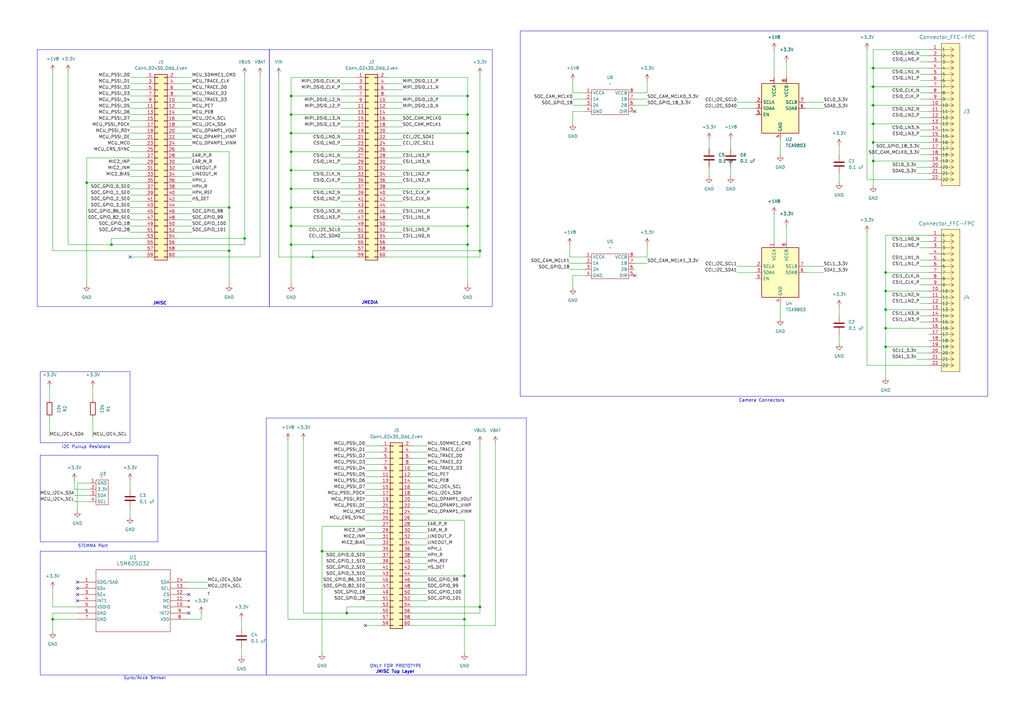
<source format=kicad_sch>
(kicad_sch (version 20250114) (generator "eeschema") (generator_version "9.0")
  (paper "A3")
  (rectangle (start 16.51 226.06) (end 109.22 276.86))
  (rectangle (start 16.51 152.4) (end 53.34 181.61))
  (rectangle (start 15.24 20.32) (end 110.49 125.73))
  (rectangle (start 110.49 20.32) (end 201.93 125.73))
  (rectangle (start 16.51 186.69) (end 64.77 222.25))
  (rectangle (start 213.36 12.7) (end 405.13 162.56))
  (rectangle (start 109.22 171.45) (end 215.9 276.86))
  (text "T" (at 85.598 243.84 0) (effects (font (size 1.27 1.27))))
  (text "JMISC" (at 65.532 124.46 0) (effects (font (size 1.27 1.27) (thickness 0.254) (bold yes))))
  (text "Gyro/Acce Sensor" (at 59.436 278.13 0) (effects (font (size 1.27 1.27))))
  (text "JMISC Top Layer" (at 162.052 275.59 0) (effects (font (size 1.27 1.27) (thickness 0.254) (bold yes))))
  (text "STEMMA Port" (at 38.1 224.028 0) (effects (font (size 1.27 1.27))))
  (text "JMEDIA" (at 151.638 124.206 0) (effects (font (size 1.27 1.27) (thickness 0.254) (bold yes))))
  (text "ONLY FOR PROTOTYPE" (at 162.306 273.304 0) (effects (font (size 1.27 1.27))))
  (text "Camera Connectors" (at 312.42 164.338 0) (effects (font (size 1.27 1.27))))
  (text "I2C Pullup Resistors" (at 35.306 183.388 0) (effects (font (size 1.27 1.27))))
  (junction (at 191.77 39.37))
  (junction (at 191.77 62.23))
  (junction (at 45.72 100.33))
  (junction (at 191.77 46.99))
  (junction (at 196.85 102.87))
  (junction (at 358.14 50.8))
  (junction (at 358.14 66.04))
  (junction (at 363.22 127))
  (junction (at 93.98 85.09))
  (junction (at 93.98 102.87))
  (junction (at 119.38 92.71))
  (junction (at 119.38 46.99))
  (junction (at 363.22 134.62))
  (junction (at 363.22 119.38))
  (junction (at 132.08 226.06))
  (junction (at 191.77 100.33))
  (junction (at 191.77 77.47))
  (junction (at 119.38 39.37))
  (junction (at 191.77 54.61))
  (junction (at 363.22 111.76))
  (junction (at 100.33 97.79))
  (junction (at 190.5 236.22))
  (junction (at 119.38 54.61))
  (junction (at 142.24 251.46))
  (junction (at 363.22 142.24))
  (junction (at 119.38 100.33))
  (junction (at 358.14 27.94))
  (junction (at 358.14 58.42))
  (junction (at 191.77 92.71))
  (junction (at 119.38 77.47))
  (junction (at 196.85 248.92))
  (junction (at 191.77 85.09))
  (junction (at 119.38 69.85))
  (junction (at 21.59 254))
  (junction (at 190.5 254))
  (junction (at 191.77 69.85))
  (junction (at 35.56 74.93))
  (junction (at 358.14 43.18))
  (junction (at 128.27 105.41))
  (junction (at 119.38 85.09))
  (junction (at 119.38 62.23))
  (junction (at 358.14 35.56))
  (no_connect (at 31.75 246.38))
  (no_connect (at 53.34 105.41))
  (no_connect (at 260.35 113.03))
  (no_connect (at 31.75 243.84))
  (no_connect (at 31.75 238.76))
  (no_connect (at 149.86 256.54))
  (no_connect (at 77.47 251.46))
  (no_connect (at 31.75 241.3))
  (no_connect (at 260.35 45.72))
  (no_connect (at 77.47 243.84))
  (wire (pts (xy 149.86 228.6) (xy 156.21 228.6)))
  (wire (pts (xy 78.74 46.99) (xy 72.39 46.99)))
  (wire (pts (xy 165.1 74.93) (xy 158.75 74.93)))
  (wire (pts (xy 149.86 241.3) (xy 156.21 241.3)))
  (wire (pts (xy 119.38 77.47) (xy 146.05 77.47)))
  (wire (pts (xy 128.27 102.87) (xy 146.05 102.87)))
  (wire (pts (xy 358.14 50.8) (xy 381 50.8)))
  (wire (pts (xy 234.95 45.72) (xy 234.95 50.8)))
  (wire (pts (xy 119.38 92.71) (xy 119.38 100.33)))
  (wire (pts (xy 175.26 246.38) (xy 168.91 246.38)))
  (wire (pts (xy 149.86 200.66) (xy 156.21 200.66)))
  (wire (pts (xy 21.59 102.87) (xy 59.69 102.87)))
  (wire (pts (xy 165.1 49.53) (xy 158.75 49.53)))
  (wire (pts (xy 175.26 223.52) (xy 168.91 223.52)))
  (wire (pts (xy 82.55 254) (xy 77.47 254)))
  (wire (pts (xy 191.77 85.09) (xy 191.77 92.71)))
  (wire (pts (xy 358.14 27.94) (xy 381 27.94)))
  (wire (pts (xy 377.19 53.34) (xy 381 53.34)))
  (wire (pts (xy 320.04 124.46) (xy 320.04 130.81)))
  (wire (pts (xy 158.75 105.41) (xy 196.85 105.41)))
  (wire (pts (xy 165.1 64.77) (xy 158.75 64.77)))
  (wire (pts (xy 165.1 44.45) (xy 158.75 44.45)))
  (wire (pts (xy 119.38 54.61) (xy 119.38 62.23)))
  (wire (pts (xy 119.38 54.61) (xy 146.05 54.61)))
  (wire (pts (xy 377.19 132.08) (xy 381 132.08)))
  (wire (pts (xy 234.95 113.03) (xy 240.03 113.03)))
  (wire (pts (xy 377.19 22.86) (xy 381 22.86)))
  (wire (pts (xy 119.38 46.99) (xy 119.38 54.61)))
  (wire (pts (xy 377.19 106.68) (xy 381 106.68)))
  (wire (pts (xy 158.75 85.09) (xy 191.77 85.09)))
  (wire (pts (xy 149.86 190.5) (xy 156.21 190.5)))
  (wire (pts (xy 165.1 72.39) (xy 158.75 72.39)))
  (wire (pts (xy 78.74 39.37) (xy 72.39 39.37)))
  (wire (pts (xy 377.19 38.1) (xy 381 38.1)))
  (wire (pts (xy 139.7 82.55) (xy 146.05 82.55)))
  (wire (pts (xy 358.14 43.18) (xy 358.14 35.56)))
  (wire (pts (xy 149.86 198.12) (xy 156.21 198.12)))
  (wire (pts (xy 139.7 95.25) (xy 146.05 95.25)))
  (wire (pts (xy 119.38 31.75) (xy 146.05 31.75)))
  (wire (pts (xy 21.59 29.21) (xy 21.59 102.87)))
  (wire (pts (xy 377.19 40.64) (xy 381 40.64)))
  (wire (pts (xy 358.14 20.32) (xy 381 20.32)))
  (wire (pts (xy 78.74 52.07) (xy 72.39 52.07)))
  (wire (pts (xy 165.1 82.55) (xy 158.75 82.55)))
  (wire (pts (xy 149.86 246.38) (xy 156.21 246.38)))
  (wire (pts (xy 78.74 36.83) (xy 72.39 36.83)))
  (wire (pts (xy 21.59 254) (xy 31.75 254)))
  (wire (pts (xy 158.75 100.33) (xy 191.77 100.33)))
  (wire (pts (xy 363.22 96.52) (xy 363.22 111.76)))
  (wire (pts (xy 53.34 59.69) (xy 59.69 59.69)))
  (wire (pts (xy 377.19 33.02) (xy 381 33.02)))
  (wire (pts (xy 30.48 205.74) (xy 36.83 205.74)))
  (wire (pts (xy 21.59 251.46) (xy 21.59 254)))
  (wire (pts (xy 330.2 41.91) (xy 337.82 41.91)))
  (wire (pts (xy 78.74 31.75) (xy 72.39 31.75)))
  (wire (pts (xy 240.03 45.72) (xy 234.95 45.72)))
  (wire (pts (xy 203.2 181.61) (xy 203.2 256.54)))
  (wire (pts (xy 99.06 265.43) (xy 99.06 269.24)))
  (wire (pts (xy 358.14 35.56) (xy 381 35.56)))
  (wire (pts (xy 124.46 180.34) (xy 124.46 251.46)))
  (wire (pts (xy 234.95 43.18) (xy 240.03 43.18)))
  (wire (pts (xy 330.2 111.76) (xy 337.82 111.76)))
  (wire (pts (xy 142.24 248.92) (xy 142.24 251.46)))
  (wire (pts (xy 72.39 97.79) (xy 100.33 97.79)))
  (wire (pts (xy 119.38 46.99) (xy 146.05 46.99)))
  (wire (pts (xy 358.14 35.56) (xy 356.87 35.56)))
  (wire (pts (xy 320.04 57.15) (xy 320.04 63.5)))
  (wire (pts (xy 381 96.52) (xy 363.22 96.52)))
  (wire (pts (xy 344.17 125.73) (xy 344.17 129.54)))
  (wire (pts (xy 31.75 251.46) (xy 21.59 251.46)))
  (wire (pts (xy 119.38 62.23) (xy 146.05 62.23)))
  (wire (pts (xy 53.34 54.61) (xy 59.69 54.61)))
  (wire (pts (xy 93.98 62.23) (xy 93.98 85.09)))
  (wire (pts (xy 149.86 208.28) (xy 156.21 208.28)))
  (wire (pts (xy 175.26 210.82) (xy 168.91 210.82)))
  (wire (pts (xy 53.34 105.41) (xy 59.69 105.41)))
  (wire (pts (xy 53.34 69.85) (xy 59.69 69.85)))
  (wire (pts (xy 158.75 46.99) (xy 191.77 46.99)))
  (wire (pts (xy 149.86 205.74) (xy 156.21 205.74)))
  (wire (pts (xy 175.26 228.6) (xy 168.91 228.6)))
  (wire (pts (xy 114.3 105.41) (xy 128.27 105.41)))
  (wire (pts (xy 175.26 233.68) (xy 168.91 233.68)))
  (wire (pts (xy 149.86 195.58) (xy 156.21 195.58)))
  (wire (pts (xy 240.03 105.41) (xy 233.68 105.41)))
  (wire (pts (xy 35.56 64.77) (xy 59.69 64.77)))
  (wire (pts (xy 119.38 92.71) (xy 146.05 92.71)))
  (wire (pts (xy 149.86 182.88) (xy 156.21 182.88)))
  (wire (pts (xy 149.86 220.98) (xy 156.21 220.98)))
  (wire (pts (xy 119.38 85.09) (xy 146.05 85.09)))
  (wire (pts (xy 158.75 31.75) (xy 191.77 31.75)))
  (wire (pts (xy 149.86 185.42) (xy 156.21 185.42)))
  (wire (pts (xy 30.48 203.2) (xy 36.83 203.2)))
  (wire (pts (xy 53.34 34.29) (xy 59.69 34.29)))
  (wire (pts (xy 149.86 213.36) (xy 156.21 213.36)))
  (wire (pts (xy 375.92 147.32) (xy 381 147.32)))
  (wire (pts (xy 119.38 62.23) (xy 119.38 69.85)))
  (wire (pts (xy 381 73.66) (xy 355.6 73.66)))
  (wire (pts (xy 53.34 196.85) (xy 53.34 200.66)))
  (wire (pts (xy 175.26 190.5) (xy 168.91 190.5)))
  (wire (pts (xy 322.58 25.4) (xy 322.58 31.75)))
  (wire (pts (xy 78.74 67.31) (xy 72.39 67.31)))
  (wire (pts (xy 377.19 114.3) (xy 381 114.3)))
  (wire (pts (xy 165.1 52.07) (xy 158.75 52.07)))
  (wire (pts (xy 119.38 31.75) (xy 119.38 39.37)))
  (wire (pts (xy 165.1 95.25) (xy 158.75 95.25)))
  (wire (pts (xy 27.94 29.21) (xy 27.94 100.33)))
  (wire (pts (xy 20.32 158.75) (xy 20.32 163.83)))
  (wire (pts (xy 139.7 49.53) (xy 146.05 49.53)))
  (wire (pts (xy 165.1 41.91) (xy 158.75 41.91)))
  (wire (pts (xy 124.46 251.46) (xy 142.24 251.46)))
  (wire (pts (xy 78.74 49.53) (xy 72.39 49.53)))
  (wire (pts (xy 21.59 254) (xy 21.59 259.08)))
  (wire (pts (xy 53.34 49.53) (xy 59.69 49.53)))
  (wire (pts (xy 132.08 215.9) (xy 156.21 215.9)))
  (wire (pts (xy 139.7 90.17) (xy 146.05 90.17)))
  (wire (pts (xy 78.74 72.39) (xy 72.39 72.39)))
  (wire (pts (xy 363.22 111.76) (xy 381 111.76)))
  (wire (pts (xy 139.7 80.01) (xy 146.05 80.01)))
  (wire (pts (xy 191.77 100.33) (xy 191.77 116.84)))
  (wire (pts (xy 377.19 101.6) (xy 381 101.6)))
  (wire (pts (xy 53.34 67.31) (xy 59.69 67.31)))
  (wire (pts (xy 149.86 231.14) (xy 156.21 231.14)))
  (wire (pts (xy 358.14 58.42) (xy 358.14 50.8)))
  (wire (pts (xy 114.3 105.41) (xy 114.3 30.48)))
  (wire (pts (xy 175.26 241.3) (xy 168.91 241.3)))
  (wire (pts (xy 196.85 181.61) (xy 196.85 248.92)))
  (wire (pts (xy 377.19 109.22) (xy 381 109.22)))
  (wire (pts (xy 78.74 87.63) (xy 72.39 87.63)))
  (wire (pts (xy 118.11 254) (xy 156.21 254)))
  (wire (pts (xy 93.98 85.09) (xy 93.98 102.87)))
  (wire (pts (xy 78.74 92.71) (xy 72.39 92.71)))
  (wire (pts (xy 233.68 107.95) (xy 240.03 107.95)))
  (wire (pts (xy 260.35 105.41) (xy 265.43 105.41)))
  (wire (pts (xy 99.06 254) (xy 99.06 257.81)))
  (wire (pts (xy 358.14 27.94) (xy 356.87 27.94)))
  (wire (pts (xy 158.75 92.71) (xy 191.77 92.71)))
  (wire (pts (xy 78.74 34.29) (xy 72.39 34.29)))
  (wire (pts (xy 149.86 218.44) (xy 156.21 218.44)))
  (wire (pts (xy 375.92 68.58) (xy 381 68.58)))
  (wire (pts (xy 119.38 39.37) (xy 146.05 39.37)))
  (wire (pts (xy 191.77 77.47) (xy 191.77 85.09)))
  (wire (pts (xy 377.19 124.46) (xy 381 124.46)))
  (wire (pts (xy 53.34 77.47) (xy 59.69 77.47)))
  (wire (pts (xy 119.38 77.47) (xy 119.38 85.09)))
  (wire (pts (xy 53.34 208.28) (xy 53.34 212.09)))
  (wire (pts (xy 358.14 66.04) (xy 381 66.04)))
  (wire (pts (xy 175.26 185.42) (xy 168.91 185.42)))
  (wire (pts (xy 118.11 180.34) (xy 118.11 254)))
  (wire (pts (xy 142.24 251.46) (xy 156.21 251.46)))
  (wire (pts (xy 53.34 46.99) (xy 59.69 46.99)))
  (wire (pts (xy 158.75 62.23) (xy 191.77 62.23)))
  (wire (pts (xy 191.77 54.61) (xy 191.77 62.23)))
  (wire (pts (xy 165.1 59.69) (xy 158.75 59.69)))
  (wire (pts (xy 78.74 57.15) (xy 72.39 57.15)))
  (wire (pts (xy 72.39 62.23) (xy 93.98 62.23)))
  (wire (pts (xy 149.86 223.52) (xy 156.21 223.52)))
  (wire (pts (xy 78.74 69.85) (xy 72.39 69.85)))
  (wire (pts (xy 363.22 119.38) (xy 363.22 127)))
  (wire (pts (xy 139.7 41.91) (xy 146.05 41.91)))
  (wire (pts (xy 53.34 62.23) (xy 59.69 62.23)))
  (wire (pts (xy 175.26 198.12) (xy 168.91 198.12)))
  (wire (pts (xy 158.75 102.87) (xy 196.85 102.87)))
  (wire (pts (xy 78.74 80.01) (xy 72.39 80.01)))
  (wire (pts (xy 363.22 127) (xy 363.22 134.62)))
  (wire (pts (xy 175.26 193.04) (xy 168.91 193.04)))
  (wire (pts (xy 165.1 36.83) (xy 158.75 36.83)))
  (wire (pts (xy 175.26 187.96) (xy 168.91 187.96)))
  (wire (pts (xy 139.7 67.31) (xy 146.05 67.31)))
  (wire (pts (xy 358.14 50.8) (xy 356.87 50.8)))
  (wire (pts (xy 78.74 90.17) (xy 72.39 90.17)))
  (wire (pts (xy 363.22 111.76) (xy 363.22 119.38)))
  (wire (pts (xy 377.19 121.92) (xy 381 121.92)))
  (wire (pts (xy 299.72 68.58) (xy 299.72 72.39)))
  (wire (pts (xy 168.91 256.54) (xy 203.2 256.54)))
  (wire (pts (xy 132.08 226.06) (xy 156.21 226.06)))
  (wire (pts (xy 168.91 213.36) (xy 190.5 213.36)))
  (wire (pts (xy 363.22 142.24) (xy 381 142.24)))
  (wire (pts (xy 191.77 39.37) (xy 191.77 46.99)))
  (wire (pts (xy 260.35 107.95) (xy 265.43 107.95)))
  (wire (pts (xy 299.72 57.15) (xy 299.72 60.96)))
  (wire (pts (xy 149.86 203.2) (xy 156.21 203.2)))
  (wire (pts (xy 149.86 238.76) (xy 156.21 238.76)))
  (wire (pts (xy 78.74 64.77) (xy 72.39 64.77)))
  (wire (pts (xy 53.34 85.09) (xy 59.69 85.09)))
  (wire (pts (xy 196.85 251.46) (xy 196.85 248.92)))
  (wire (pts (xy 175.26 205.74) (xy 168.91 205.74)))
  (wire (pts (xy 317.5 20.32) (xy 317.5 31.75)))
  (wire (pts (xy 158.75 54.61) (xy 191.77 54.61)))
  (wire (pts (xy 77.47 241.3) (xy 85.09 241.3)))
  (wire (pts (xy 358.14 43.18) (xy 381 43.18)))
  (wire (pts (xy 119.38 100.33) (xy 146.05 100.33)))
  (wire (pts (xy 78.74 54.61) (xy 72.39 54.61)))
  (wire (pts (xy 100.33 100.33) (xy 100.33 97.79)))
  (wire (pts (xy 234.95 118.11) (xy 234.95 113.03)))
  (wire (pts (xy 168.91 248.92) (xy 196.85 248.92)))
  (wire (pts (xy 363.22 119.38) (xy 381 119.38)))
  (wire (pts (xy 72.39 105.41) (xy 106.68 105.41)))
  (wire (pts (xy 139.7 64.77) (xy 146.05 64.77)))
  (wire (pts (xy 139.7 59.69) (xy 146.05 59.69)))
  (wire (pts (xy 149.86 187.96) (xy 156.21 187.96)))
  (wire (pts (xy 53.34 44.45) (xy 59.69 44.45)))
  (wire (pts (xy 168.91 236.22) (xy 190.5 236.22)))
  (wire (pts (xy 128.27 102.87) (xy 128.27 105.41)))
  (wire (pts (xy 38.1 158.75) (xy 38.1 163.83)))
  (wire (pts (xy 132.08 226.06) (xy 132.08 267.97)))
  (wire (pts (xy 358.14 58.42) (xy 381 58.42)))
  (wire (pts (xy 139.7 87.63) (xy 146.05 87.63)))
  (wire (pts (xy 53.34 87.63) (xy 59.69 87.63)))
  (wire (pts (xy 358.14 66.04) (xy 358.14 58.42)))
  (wire (pts (xy 358.14 35.56) (xy 358.14 27.94)))
  (wire (pts (xy 363.22 127) (xy 381 127)))
  (wire (pts (xy 139.7 57.15) (xy 146.05 57.15)))
  (wire (pts (xy 35.56 74.93) (xy 59.69 74.93)))
  (wire (pts (xy 139.7 74.93) (xy 146.05 74.93)))
  (wire (pts (xy 78.74 82.55) (xy 72.39 82.55)))
  (wire (pts (xy 168.91 251.46) (xy 196.85 251.46)))
  (wire (pts (xy 165.1 34.29) (xy 158.75 34.29)))
  (wire (pts (xy 234.95 40.64) (xy 240.03 40.64)))
  (wire (pts (xy 78.74 77.47) (xy 72.39 77.47)))
  (wire (pts (xy 190.5 236.22) (xy 190.5 254)))
  (wire (pts (xy 30.48 200.66) (xy 36.83 200.66)))
  (wire (pts (xy 175.26 208.28) (xy 168.91 208.28)))
  (wire (pts (xy 149.86 243.84) (xy 156.21 243.84)))
  (wire (pts (xy 165.1 67.31) (xy 158.75 67.31)))
  (wire (pts (xy 149.86 233.68) (xy 156.21 233.68)))
  (wire (pts (xy 358.14 50.8) (xy 358.14 43.18)))
  (wire (pts (xy 165.1 80.01) (xy 158.75 80.01)))
  (wire (pts (xy 190.5 254) (xy 190.5 267.97)))
  (wire (pts (xy 82.55 251.46) (xy 82.55 254)))
  (wire (pts (xy 377.19 116.84) (xy 381 116.84)))
  (wire (pts (xy 139.7 97.79) (xy 146.05 97.79)))
  (wire (pts (xy 175.26 195.58) (xy 168.91 195.58)))
  (wire (pts (xy 119.38 100.33) (xy 119.38 116.84)))
  (wire (pts (xy 363.22 142.24) (xy 363.22 154.94)))
  (wire (pts (xy 119.38 85.09) (xy 119.38 92.71)))
  (wire (pts (xy 322.58 92.71) (xy 322.58 99.06)))
  (wire (pts (xy 119.38 69.85) (xy 119.38 77.47)))
  (wire (pts (xy 53.34 41.91) (xy 59.69 41.91)))
  (wire (pts (xy 377.19 25.4) (xy 381 25.4)))
  (wire (pts (xy 377.19 99.06) (xy 381 99.06)))
  (wire (pts (xy 158.75 77.47) (xy 191.77 77.47)))
  (wire (pts (xy 72.39 102.87) (xy 93.98 102.87)))
  (wire (pts (xy 119.38 69.85) (xy 146.05 69.85)))
  (wire (pts (xy 265.43 38.1) (xy 265.43 33.02)))
  (wire (pts (xy 377.19 55.88) (xy 381 55.88)))
  (wire (pts (xy 27.94 100.33) (xy 45.72 100.33)))
  (wire (pts (xy 302.26 111.76) (xy 309.88 111.76)))
  (wire (pts (xy 31.75 248.92) (xy 21.59 248.92)))
  (wire (pts (xy 21.59 248.92) (xy 21.59 241.3)))
  (wire (pts (xy 142.24 248.92) (xy 156.21 248.92)))
  (wire (pts (xy 139.7 44.45) (xy 146.05 44.45)))
  (wire (pts (xy 233.68 110.49) (xy 240.03 110.49)))
  (wire (pts (xy 260.35 40.64) (xy 265.43 40.64)))
  (wire (pts (xy 149.86 193.04) (xy 156.21 193.04)))
  (wire (pts (xy 106.68 30.48) (xy 106.68 105.41)))
  (wire (pts (xy 35.56 74.93) (xy 35.56 116.84)))
  (wire (pts (xy 330.2 44.45) (xy 337.82 44.45)))
  (wire (pts (xy 139.7 34.29) (xy 146.05 34.29)))
  (wire (pts (xy 191.77 92.71) (xy 191.77 100.33)))
  (wire (pts (xy 377.19 60.96) (xy 381 60.96)))
  (wire (pts (xy 196.85 105.41) (xy 196.85 102.87)))
  (wire (pts (xy 175.26 238.76) (xy 168.91 238.76)))
  (wire (pts (xy 45.72 97.79) (xy 59.69 97.79)))
  (wire (pts (xy 375.92 144.78) (xy 381 144.78)))
  (wire (pts (xy 139.7 52.07) (xy 146.05 52.07)))
  (wire (pts (xy 377.19 30.48) (xy 381 30.48)))
  (wire (pts (xy 377.19 45.72) (xy 381 45.72)))
  (wire (pts (xy 165.1 57.15) (xy 158.75 57.15)))
  (wire (pts (xy 358.14 76.2) (xy 358.14 66.04)))
  (wire (pts (xy 78.74 44.45) (xy 72.39 44.45)))
  (wire (pts (xy 377.19 63.5) (xy 381 63.5)))
  (wire (pts (xy 100.33 30.48) (xy 100.33 97.79)))
  (wire (pts (xy 240.03 38.1) (xy 234.95 38.1)))
  (wire (pts (xy 165.1 97.79) (xy 158.75 97.79)))
  (wire (pts (xy 78.74 95.25) (xy 72.39 95.25)))
  (wire (pts (xy 290.83 68.58) (xy 290.83 72.39)))
  (wire (pts (xy 265.43 105.41) (xy 265.43 100.33)))
  (wire (pts (xy 168.91 254) (xy 190.5 254)))
  (wire (pts (xy 53.34 57.15) (xy 59.69 57.15)))
  (wire (pts (xy 175.26 226.06) (xy 168.91 226.06)))
  (wire (pts (xy 20.32 171.45) (xy 20.32 179.07)))
  (wire (pts (xy 72.39 85.09) (xy 93.98 85.09)))
  (wire (pts (xy 233.68 105.41) (xy 233.68 100.33)))
  (wire (pts (xy 358.14 43.18) (xy 356.87 43.18)))
  (wire (pts (xy 344.17 71.12) (xy 344.17 74.93)))
  (wire (pts (xy 128.27 105.41) (xy 146.05 105.41)))
  (wire (pts (xy 158.75 69.85) (xy 191.77 69.85)))
  (wire (pts (xy 234.95 33.02) (xy 234.95 38.1)))
  (wire (pts (xy 53.34 36.83) (xy 59.69 36.83)))
  (wire (pts (xy 53.34 31.75) (xy 59.69 31.75)))
  (wire (pts (xy 191.77 62.23) (xy 191.77 69.85)))
  (wire (pts (xy 355.6 73.66) (xy 355.6 20.32)))
  (wire (pts (xy 53.34 90.17) (xy 59.69 90.17)))
  (wire (pts (xy 53.34 82.55) (xy 59.69 82.55)))
  (wire (pts (xy 30.48 196.85) (xy 30.48 200.66)))
  (wire (pts (xy 344.17 59.69) (xy 344.17 63.5)))
  (wire (pts (xy 119.38 39.37) (xy 119.38 46.99)))
  (wire (pts (xy 290.83 57.15) (xy 290.83 60.96)))
  (wire (pts (xy 78.74 59.69) (xy 72.39 59.69)))
  (wire (pts (xy 175.26 231.14) (xy 168.91 231.14)))
  (wire (pts (xy 53.34 72.39) (xy 59.69 72.39)))
  (wire (pts (xy 363.22 134.62) (xy 363.22 142.24)))
  (wire (pts (xy 196.85 102.87) (xy 196.85 30.48)))
  (wire (pts (xy 165.1 87.63) (xy 158.75 87.63)))
  (wire (pts (xy 78.74 41.91) (xy 72.39 41.91)))
  (wire (pts (xy 31.75 198.12) (xy 31.75 209.55)))
  (wire (pts (xy 53.34 39.37) (xy 59.69 39.37)))
  (wire (pts (xy 45.72 97.79) (xy 45.72 100.33)))
  (wire (pts (xy 260.35 43.18) (xy 265.43 43.18)))
  (wire (pts (xy 38.1 171.45) (xy 38.1 179.07)))
  (wire (pts (xy 355.6 149.86) (xy 355.6 95.25)))
  (wire (pts (xy 190.5 213.36) (xy 190.5 236.22)))
  (wire (pts (xy 78.74 74.93) (xy 72.39 74.93)))
  (wire (pts (xy 165.1 90.17) (xy 158.75 90.17)))
  (wire (pts (xy 72.39 100.33) (xy 100.33 100.33)))
  (wire (pts (xy 191.77 69.85) (xy 191.77 77.47)))
  (wire (pts (xy 175.26 215.9) (xy 168.91 215.9)))
  (wire (pts (xy 77.47 238.76) (xy 85.09 238.76)))
  (wire (pts (xy 317.5 87.63) (xy 317.5 99.06)))
  (wire (pts (xy 375.92 71.12) (xy 381 71.12)))
  (wire (pts (xy 191.77 31.75) (xy 191.77 39.37)))
  (wire (pts (xy 93.98 102.87) (xy 93.98 116.84)))
  (wire (pts (xy 175.26 200.66) (xy 168.91 200.66)))
  (wire (pts (xy 175.26 243.84) (xy 168.91 243.84)))
  (wire (pts (xy 53.34 92.71) (xy 59.69 92.71)))
  (wire (pts (xy 175.26 220.98) (xy 168.91 220.98)))
  (wire (pts (xy 381 134.62) (xy 363.22 134.62)))
  (wire (pts (xy 191.77 46.99) (xy 191.77 54.61)))
  (wire (pts (xy 302.26 41.91) (xy 309.88 41.91)))
  (wire (pts (xy 344.17 137.16) (xy 344.17 140.97)))
  (wire (pts (xy 53.34 52.07) (xy 59.69 52.07)))
  (wire (pts (xy 175.26 182.88) (xy 168.91 182.88)))
  (wire (pts (xy 377.19 48.26) (xy 381 48.26)))
  (wire (pts (xy 149.86 210.82) (xy 156.21 210.82)))
  (wire (pts (xy 35.56 64.77) (xy 35.56 74.93)))
  (wire (pts (xy 149.86 236.22) (xy 156.21 236.22)))
  (wire (pts (xy 53.34 95.25) (xy 59.69 95.25)))
  (wire (pts (xy 175.26 203.2) (xy 168.91 203.2)))
  (wire (pts (xy 260.35 38.1) (xy 265.43 38.1)))
  (wire (pts (xy 158.75 39.37) (xy 191.77 39.37)))
  (wire (pts (xy 358.14 27.94) (xy 358.14 20.32)))
  (wire (pts (xy 302.26 109.22) (xy 309.88 109.22)))
  (wire (pts (xy 139.7 72.39) (xy 146.05 72.39)))
  (wire (pts (xy 175.26 218.44) (xy 168.91 218.44)))
  (wire (pts (xy 381 149.86) (xy 355.6 149.86)))
  (wire (pts (xy 377.19 129.54) (xy 381 129.54)))
  (wire (pts (xy 53.34 80.01) (xy 59.69 80.01)))
  (wire (pts (xy 139.7 36.83) (xy 146.05 36.83)))
  (wire (pts (xy 132.08 215.9) (xy 132.08 226.06)))
  (wire (pts (xy 330.2 109.22) (xy 337.82 109.22)))
  (wire (pts (xy 36.83 198.12) (xy 31.75 198.12)))
  (wire (pts (xy 302.26 44.45) (xy 309.88 44.45)))
  (wire (pts (xy 149.86 256.54) (xy 156.21 256.54)))
  (wire (pts (xy 45.72 100.33) (xy 59.69 100.33)))
  (label "CSI1_LN0_N" (at 377.19 99.06 180))
  (label "CCI_I2C_SDA0" (at 139.7 97.79 180))
  (label "SOC_GPIO_100" (at 175.26 243.84 0))
  (label "SOC_CAM_MCLK0_3.3V" (at 377.19 63.5 180))
  (label "MCU_PSSI_D6" (at 53.34 46.99 180))
  (label "SOC_GPIO_99" (at 78.74 90.17 0))
  (label "MIPI_DSI0_L2_N" (at 139.7 41.91 180))
  (label "SOC_GPIO_3_SE0" (at 53.34 85.09 180))
  (label "LINEOUT_M" (at 175.26 223.52 0))
  (label "CSI0_LN2_P" (at 377.19 48.26 180))
  (label "MCU_PSSI_PDCK" (at 149.86 203.2 180))
  (label "MIC2_BIAS" (at 53.34 72.39 180))
  (label "MCU_TRACE_CLK" (at 175.26 185.42 0))
  (label "SOC_GPIO_1_SE0" (at 149.86 231.14 180))
  (label "CSI1_CLK_N" (at 377.19 114.3 180))
  (label "MCU_PSSI_D7" (at 53.34 49.53 180))
  (label "HPH_REF" (at 175.26 231.14 0))
  (label "MCU_PSSI_D2" (at 149.86 187.96 180))
  (label "MCU_PSSI_D4" (at 149.86 193.04 180))
  (label "SOC_CAM_MCLK1" (at 165.1 52.07 0))
  (label "SOC_GPIO_2_SE0" (at 53.34 82.55 180))
  (label "CCI_I2C_SCL1" (at 165.1 59.69 0))
  (label "MCU_I2C4_SCL" (at 78.74 49.53 0))
  (label "MCU_OPAMP1_VINP" (at 78.74 57.15 0))
  (label "CSI1_LN2_N" (at 377.19 121.92 180))
  (label "CSI0_LN2_P" (at 139.7 82.55 180))
  (label "MCU_OPAMP1_VINM" (at 78.74 59.69 0))
  (label "MCU_PSSI_D1" (at 149.86 185.42 180))
  (label "LINEOUT_P" (at 175.26 220.98 0))
  (label "SCL1_3.3V" (at 337.82 109.22 0))
  (label "CSI0_LN0_P" (at 139.7 59.69 180) (property "CAM" "High-Speed" (effects (hide yes))))
  (label "SDA1_3.3V" (at 375.92 147.32 180))
  (label "MCU_PE8" (at 175.26 198.12 0))
  (label "MCU_PSSI_DE" (at 149.86 208.28 180))
  (label "MCU_MCO" (at 53.34 59.69 180))
  (label "MCU_PSSI_D7" (at 149.86 200.66 180))
  (label "SOC_GPIO_0_SE0" (at 149.86 228.6 180))
  (label "SOC_GPIO_3_SE0" (at 149.86 236.22 180))
  (label "MCU_CRS_SYNC" (at 149.86 213.36 180))
  (label "LINEOUT_M" (at 78.74 72.39 0))
  (label "CSI1_LN0_P" (at 377.19 101.6 180))
  (label "CSI0_LN3_N" (at 377.19 53.34 180))
  (label "CSI0_CLK_N" (at 139.7 72.39 180))
  (label "MIPI_DSI0_CLK_N" (at 139.7 34.29 180))
  (label "MIC2_INM" (at 149.86 220.98 180))
  (label "CSI1_LN1_P" (at 377.19 109.22 180))
  (label "SOC_GPIO_18" (at 234.95 43.18 180))
  (label "CSI1_LN2_P" (at 377.19 124.46 180))
  (label "MCU_SDMMC1_CMD" (at 78.74 31.75 0))
  (label "SOC_GPIO_100" (at 78.74 92.71 0))
  (label "MCU_PSSI_D0" (at 149.86 182.88 180))
  (label "CSI1_CLK_N" (at 165.1 82.55 0))
  (label "MIPI_DSI0_CLK_P" (at 139.7 36.83 180))
  (label "MCU_MCO" (at 149.86 210.82 180))
  (label "SOC_GPIO_86_SE0" (at 149.86 238.76 180))
  (label "MCU_SDMMC1_CMD" (at 175.26 182.88 0))
  (label "CSI1_LN3_P" (at 165.1 64.77 0))
  (label "HS_DET" (at 175.26 233.68 0))
  (label "MCU_TRACE_D0" (at 175.26 187.96 0))
  (label "MCU_TRACE_CLK" (at 78.74 34.29 0))
  (label "MCU_PSSI_DE" (at 53.34 57.15 180))
  (label "EAR_M_R" (at 78.74 67.31 0))
  (label "SOC_GPIO_101" (at 78.74 95.25 0))
  (label "SDA0_3.3V" (at 375.92 71.12 180))
  (label "MCU_PSSI_D6" (at 149.86 198.12 180))
  (label "HPH_R" (at 78.74 77.47 0))
  (label "SOC_GPIO_18" (at 233.68 110.49 180))
  (label "MCU_PSSI_D3" (at 149.86 190.5 180))
  (label "MIC2_BIAS" (at 149.86 223.52 180))
  (label "MCU_I2C4_SDA" (at 20.32 179.07 0))
  (label "CSI1_LN1_N" (at 165.1 90.17 0))
  (label "MCU_PSSI_RDY" (at 53.34 54.61 180))
  (label "MCU_OPAMP1_VINP" (at 175.26 208.28 0))
  (label "CSI0_LN3_P" (at 139.7 90.17 180))
  (label "MCU_I2C4_SDA" (at 30.48 203.2 180))
  (label "MCU_I2C4_SCL" (at 38.1 179.07 0))
  (label "MIC2_INP" (at 53.34 67.31 180))
  (label "CSI1_LN1_P" (at 165.1 87.63 0))
  (label "SDA0_3.3V" (at 337.82 44.45 0))
  (label "SOC_GPIO_18" (at 149.86 243.84 180))
  (label "CSI0_LN3_N" (at 139.7 87.63 180))
  (label "HPH_R" (at 175.26 228.6 0))
  (label "SOC_GPIO_18_3.3V" (at 377.19 60.96 180))
  (label "MIPI_DSI0_L1_P" (at 165.1 34.29 0))
  (label "CSI0_LN1_N" (at 139.7 64.77 180))
  (label "MIC2_INM" (at 53.34 69.85 180))
  (label "SOC_GPIO_28" (at 149.86 246.38 180))
  (label "SOC_GPIO_98" (at 78.74 87.63 0))
  (label "MCU_PE7" (at 78.74 44.45 0))
  (label "CSI0_LN2_N" (at 139.7 80.01 180))
  (label "MCU_I2C4_SCL" (at 85.09 241.3 0))
  (label "SOC_GPIO_82_SE0" (at 53.34 90.17 180))
  (label "CSI0_LN1_N" (at 377.19 30.48 180))
  (label "SOC_GPIO_99" (at 175.26 241.3 0))
  (label "SOC_GPIO_0_SE0" (at 53.34 77.47 180))
  (label "SOC_GPIO_98" (at 175.26 238.76 0))
  (label "SOC_GPIO_101" (at 175.26 246.38 0))
  (label "MIPI_DSI0_L0_P" (at 165.1 41.91 0))
  (label "CSI1_LN2_N" (at 165.1 74.93 0))
  (label "MCU_OPAMP1_VOUT" (at 175.26 205.74 0))
  (label "MIPI_DSI0_L3_P" (at 139.7 52.07 180))
  (label "MCU_PSSI_D3" (at 53.34 39.37 180))
  (label "CSI1_CLK_P" (at 377.19 116.84 180))
  (label "CSI0_LN2_N" (at 377.19 45.72 180))
  (label "LINEOUT_P" (at 78.74 69.85 0))
  (label "EAR_P_R" (at 78.74 64.77 0))
  (label "CCI_I2C_SCL0" (at 302.26 41.91 180))
  (label "CCI_I2C_SCL0" (at 139.7 95.25 180))
  (label "SOC_GPIO_82_SE0" (at 149.86 241.3 180))
  (label "MCU_PSSI_RDY" (at 149.86 205.74 180))
  (label "CSI1_LN3_N" (at 377.19 129.54 180))
  (label "HPH_REF" (at 78.74 80.01 0))
  (label "HS_DET" (at 78.74 82.55 0))
  (label "CSI0_LN0_P" (at 377.19 25.4 180))
  (label "SOC_CAM_MCLK1" (at 233.68 107.95 180))
  (label "CSI1_LN1_N" (at 377.19 106.68 180))
  (label "CSI1_LN0_P" (at 165.1 95.25 0))
  (label "SOC_GPIO_18_3.3V" (at 265.43 43.18 0))
  (label "CSI0_CLK_N" (at 377.19 38.1 180))
  (label "MCU_PSSI_D5" (at 53.34 44.45 180))
  (label "SOC_CAM_MCLK0" (at 234.95 40.64 180))
  (label "CCI_I2C_SDA0" (at 302.26 44.45 180))
  (label "SOC_GPIO_1_SE0" (at 53.34 80.01 180))
  (label "SDA1_3.3V" (at 337.82 111.76 0))
  (label "MCU_PSSI_D4" (at 53.34 41.91 180))
  (label "SOC_GPIO_2_SE0" (at 149.86 233.68 180))
  (label "CSI0_CLK_P" (at 139.7 74.93 180))
  (label "SOC_CAM_MCLK0_3.3V" (at 265.43 40.64 0))
  (label "MCU_PSSI_D1" (at 53.34 34.29 180))
  (label "MCU_PSSI_PDCK" (at 53.34 52.07 180))
  (label "MCU_CRS_SYNC" (at 53.34 62.23 180))
  (label "CCI_I2C_SDA1" (at 165.1 57.15 0))
  (label "CSI1_LN2_P" (at 165.1 72.39 0))
  (label "CCI_I2C_SCL1" (at 302.26 109.22 180))
  (label "MCU_TRACE_D3" (at 78.74 41.91 0))
  (label "CSI1_LN3_N" (at 165.1 67.31 0))
  (label "MIPI_DSI0_L0_N" (at 165.1 44.45 0))
  (label "MIC2_INP" (at 149.86 218.44 180))
  (label "MCU_TRACE_D0" (at 78.74 36.83 0))
  (label "SOC_GPIO_86_SE0" (at 53.34 87.63 180))
  (label "MCU_OPAMP1_VOUT" (at 78.74 54.61 0))
  (label "MIPI_DSI0_L1_N" (at 165.1 36.83 0))
  (label "MCU_TRACE_D3" (at 175.26 193.04 0))
  (label "MIPI_DSI0_L3_N" (at 139.7 49.53 180))
  (label "MCU_I2C4_SDA" (at 78.74 52.07 0))
  (label "CSI1_LN3_P" (at 377.19 132.08 180))
  (label "EAR_M_R" (at 175.26 218.44 0))
  (label "MCU_PE8" (at 78.74 46.99 0))
  (label "MCU_OPAMP1_VINM" (at 175.26 210.82 0))
  (label "SOC_CAM_MCLK0" (at 165.1 49.53 0))
  (label "MCU_PSSI_D5" (at 149.86 195.58 180))
  (label "CSI0_CLK_P" (at 377.19 40.64 180))
  (label "CSI0_LN3_P" (at 377.19 55.88 180))
  (label "MCU_I2C4_SDA" (at 85.09 238.76 0))
  (label "MCU_PSSI_D0" (at 53.34 31.75 180))
  (label "MCU_I2C4_SCL" (at 175.26 200.66 0))
  (label "CCI_I2C_SDA1" (at 302.26 111.76 180))
  (label "SOC_GPIO_28" (at 53.34 95.25 180))
  (label "MCU_PSSI_D2" (at 53.34 36.83 180))
  (label "MCU_TRACE_D2" (at 175.26 190.5 0))
  (label "CSI0_LN1_P" (at 139.7 67.31 180))
  (label "CSI0_LN0_N" (at 377.19 22.86 180))
  (label "MIPI_DSI0_L2_P" (at 139.7 44.45 180))
  (label "SCL0_3.3V" (at 375.92 68.58 180))
  (label "HPH_L" (at 175.26 226.06 0))
  (label "MCU_I2C4_SDA" (at 175.26 203.2 0))
  (label "HPH_L" (at 78.74 74.93 0))
  (label "SOC_GPIO_18" (at 53.34 92.71 180))
  (label "CSI0_LN0_N" (at 139.7 57.15 180) (property "CAM" "High-Speed" (effects (hide yes))))
  (label "SCL1_3.3V" (at 375.92 144.78 180))
  (label "SOC_CAM_MCLK1_3.3V" (at 265.43 107.95 0))
  (label "MCU_TRACE_D2" (at 78.74 39.37 0))
  (label "CSI1_LN0_N" (at 165.1 97.79 0))
  (label "MCU_PE7" (at 175.26 195.58 0))
  (label "SCL0_3.3V" (at 337.82 41.91 0))
  (label "CSI0_LN1_P" (at 377.19 33.02 180))
  (label "EAR_P_R" (at 175.26 215.9 0))
  (label "MCU_I2C4_SCL" (at 30.48 205.74 180))
  (label "CSI1_CLK_P" (at 165.1 80.01 0))
  (symbol (lib_id "power:+3.3V") (at 355.6 95.25 0) (unit 1)
    (property "Reference" "#PWR022" (effects (hide yes)))
    (property "Value" "+3.3V" (at 355.6 90.17 0))
    (property "Description" "Power symbol creates a global label with name \"+3.3V\"" (effects (hide yes)))
  )
  (symbol (lib_id "power:+3.3V") (at 21.59 241.3 0) (unit 1)
    (property "Reference" "#PWR011" (effects (hide yes)))
    (property "Value" "+3.3V" (at 21.59 236.22 0))
    (property "Description" "Power symbol creates a global label with name \"+3.3V\"" (effects (hide yes)))
  )
  (symbol (lib_id "power:+1V8") (at 299.72 57.15 0) (unit 1)
    (property "Reference" "#PWR050" (effects (hide yes)))
    (property "Value" "+1V8" (at 299.72 52.07 0))
    (property "Description" "Power symbol creates a global label with name \"+1V8\"" (effects (hide yes)))
  )
  (symbol (lib_id "power:+3.3V") (at 344.17 125.73 0) (unit 1)
    (property "Reference" "#PWR034" (effects (hide yes)))
    (property "Value" "+3.3V" (at 344.17 120.65 0))
    (property "Description" "Power symbol creates a global label with name \"+3.3V\"" (effects (hide yes)))
  )
  (symbol (lib_id "power:GND") (at 119.38 116.84 0) (unit 1)
    (property "Reference" "#PWR02" (effects (hide yes)))
    (property "Value" "GND" (at 119.38 121.92 0))
    (property "Description" "Power symbol creates a global label with name \"GND\" , ground" (effects (hide yes)))
  )
  (symbol (lib_id "power:+3.3V") (at 20.32 158.75 0) (unit 1)
    (property "Reference" "#PWR013" (effects (hide yes)))
    (property "Value" "+3.3V" (at 20.32 153.67 0))
    (property "Description" "Power symbol creates a global label with name \"+3.3V\"" (effects (hide yes)))
  )
  (symbol (lib_id "Device:R") (at 38.1 167.64 0) (unit 1)
    (property "Reference" "R1" (at 44.45 167.64 90))
    (property "Value" "10k" (at 41.91 167.64 90))
    (property "Footprint" "Resistor_SMD:R_0603_1608Metric_Pad0.98x0.95mm_HandSolder" (effects (hide yes)))
    (property "Description" "Resistor" (effects (hide yes)))
  )
  (symbol (lib_id "Device:C") (at 344.17 133.35 0) (unit 1)
    (property "Reference" "C2" (at 347.98 132.0799 0) (effects (justify left)))
    (property "Value" "0.1 uF" (at 347.98 134.6199 0) (effects (justify left)))
    (property "Footprint" "Capacitor_SMD:C_0603_1608Metric_Pad1.08x0.95mm_HandSolder" (effects (hide yes)))
    (property "Description" "Unpolarized capacitor" (effects (hide yes)))
  )
  (symbol (lib_id "power:+3.3V") (at 196.85 30.48 0) (unit 1)
    (property "Reference" "#PWR09" (effects (hide yes)))
    (property "Value" "+3.3V" (at 196.85 25.4 0))
    (property "Description" "Power symbol creates a global label with name \"+3.3V\"" (effects (hide yes)))
  )
  (symbol (lib_id "power:GND") (at 358.14 76.2 0) (unit 1)
    (property "Reference" "#PWR019" (effects (hide yes)))
    (property "Value" "GND" (at 358.14 81.28 0))
    (property "Description" "Power symbol creates a global label with name \"GND\" , ground" (effects (hide yes)))
  )
  (symbol (lib_id "power:GND") (at 35.56 116.84 0) (unit 1)
    (property "Reference" "#PWR01" (effects (hide yes)))
    (property "Value" "GND" (at 35.56 121.92 0))
    (property "Description" "Power symbol creates a global label with name \"GND\" , ground" (effects (hide yes)))
  )
  (symbol (lib_id "power:+3.3V") (at 322.58 25.4 0) (unit 1)
    (property "Reference" "#PWR018" (effects (hide yes)))
    (property "Value" "+3.3V" (at 322.58 20.32 0))
    (property "Description" "Power symbol creates a global label with name \"+3.3V\"" (effects (hide yes)))
  )
  (symbol (lib_id "power:GND") (at 191.77 116.84 0) (unit 1)
    (property "Reference" "#PWR03" (effects (hide yes)))
    (property "Value" "GND" (at 191.77 121.92 0))
    (property "Description" "Power symbol creates a global label with name \"GND\" , ground" (effects (hide yes)))
  )
  (symbol (lib_id "power:+3.3V") (at 322.58 92.71 0) (unit 1)
    (property "Reference" "#PWR027" (effects (hide yes)))
    (property "Value" "+3.3V" (at 322.58 87.63 0))
    (property "Description" "Power symbol creates a global label with name \"+3.3V\"" (effects (hide yes)))
  )
  (symbol (lib_id "power:GND") (at 31.75 209.55 0) (unit 1)
    (property "Reference" "#PWR024" (effects (hide yes)))
    (property "Value" "GND" (at 31.75 214.63 0))
    (property "Description" "Power symbol creates a global label with name \"GND\" , ground" (effects (hide yes)))
  )
  (symbol (lib_id "Device:C") (at 299.72 64.77 0) (unit 1)
    (property "Reference" "C6" (at 303.53 63.4999 0) (effects (justify left)))
    (property "Value" "0.1 uF" (at 303.53 66.0399 0) (effects (justify left)))
    (property "Footprint" "Capacitor_SMD:C_0603_1608Metric_Pad1.08x0.95mm_HandSolder" (effects (hide yes)))
    (property "Description" "Unpolarized capacitor" (effects (hide yes)))
  )
  (symbol (lib_id "robotics-symbols:STEMMA") (at 41.91 201.93 90) (unit 1)
    (property "Reference" "U3" (at 42.164 194.31 90))
    (property "Value" "~" (at 41.656 195.58 90))
    (property "Footprint" "Connector_JST:JST_SH_BM04B-SRSS-TB_1x04-1MP_P1.00mm_Vertical" (effects (hide yes)))
  )
  (symbol (lib_id "power:GND") (at 132.08 267.97 0) (unit 1)
    (property "Reference" "#PWR045" (effects (hide yes)))
    (property "Value" "GND" (at 132.08 273.05 0))
    (property "Description" "Power symbol creates a global label with name \"GND\" , ground" (effects (hide yes)))
  )
  (symbol (lib_id "Connector_Generic:Conn_02x30_Odd_Even") (at 64.77 67.31 0) (unit 1)
    (property "Reference" "J1" (at 66.04 25.4 0))
    (property "Value" "Conn_02x30_Odd_Even" (at 66.04 27.94 0))
    (property "Footprint" "Connector_PinHeader_1.27mm:PinHeader_2x30_P1.27mm_Vertical_SMD" (effects (hide yes)))
    (property "Description" "Generic connector, double row, 02x30, odd/even pin numbering scheme (row 1 odd numbers, row 2 even numbers), script generated (kicad-library-utils/schlib/autogen/connector/)" (effects (hide yes)))
  )
  (symbol (lib_id "Device:R") (at 20.32 167.64 0) (unit 1)
    (property "Reference" "R2" (at 26.67 167.64 90))
    (property "Value" "10k" (at 24.13 167.64 90))
    (property "Footprint" "Resistor_SMD:R_0603_1608Metric_Pad0.98x0.95mm_HandSolder" (effects (hide yes)))
    (property "Description" "Resistor" (effects (hide yes)))
  )
  (symbol (lib_id "power:VCC") (at 114.3 30.48 0) (unit 1)
    (property "Reference" "#PWR043" (effects (hide yes)))
    (property "Value" "VIN" (at 114.3 25.4 0))
    (property "Description" "Power symbol creates a global label with name \"VIN\"" (effects (hide yes)))
  )
  (symbol (lib_id "power:+3.3V") (at 30.48 196.85 0) (unit 1)
    (property "Reference" "#PWR023" (effects (hide yes)))
    (property "Value" "+3.3V" (at 30.48 191.77 0))
    (property "Description" "Power symbol creates a global label with name \"+3.3V\"" (effects (hide yes)))
  )
  (symbol (lib_id "power:+1V8") (at 234.95 33.02 0) (unit 1)
    (property "Reference" "#PWR029" (effects (hide yes)))
    (property "Value" "+1V8" (at 234.95 27.94 0))
    (property "Description" "Power symbol creates a global label with name \"+1V8\"" (effects (hide yes)))
  )
  (symbol (lib_id "power:+1V8") (at 21.59 29.21 0) (unit 1)
    (property "Reference" "#PWR05" (effects (hide yes)))
    (property "Value" "+1V8" (at 21.59 24.13 0))
    (property "Description" "Power symbol creates a global label with name \"+1V8\"" (effects (hide yes)))
  )
  (symbol (lib_id "power:GND") (at 190.5 267.97 0) (unit 1)
    (property "Reference" "#PWR046" (effects (hide yes)))
    (property "Value" "GND" (at 190.5 273.05 0))
    (property "Description" "Power symbol creates a global label with name \"GND\" , ground" (effects (hide yes)))
  )
  (symbol (lib_id "power:GND") (at 21.59 259.08 0) (unit 1)
    (property "Reference" "#PWR010" (effects (hide yes)))
    (property "Value" "GND" (at 21.59 264.16 0))
    (property "Description" "Power symbol creates a global label with name \"GND\" , ground" (effects (hide yes)))
  )
  (symbol (lib_id "power:GND") (at 363.22 154.94 0) (unit 1)
    (property "Reference" "#PWR021" (effects (hide yes)))
    (property "Value" "GND" (at 363.22 160.02 0))
    (property "Description" "Power symbol creates a global label with name \"GND\" , ground" (effects (hide yes)))
  )
  (symbol (lib_id "power:+3.3V") (at 82.55 251.46 0) (unit 1)
    (property "Reference" "#PWR012" (effects (hide yes)))
    (property "Value" "+3.3V" (at 82.55 246.38 0))
    (property "Description" "Power symbol creates a global label with name \"+3.3V\"" (effects (hide yes)))
  )
  (symbol (lib_id "power:+3.3V") (at 99.06 254 0) (unit 1)
    (property "Reference" "#PWR038" (effects (hide yes)))
    (property "Value" "+3.3V" (at 99.06 248.92 0))
    (property "Description" "Power symbol creates a global label with name \"+3.3V\"" (effects (hide yes)))
  )
  (symbol (lib_id "power:+3.3V") (at 265.43 100.33 0) (unit 1)
    (property "Reference" "#PWR041" (effects (hide yes)))
    (property "Value" "+3.3V" (at 265.43 95.25 0))
    (property "Description" "Power symbol creates a global label with name \"+3.3V\"" (effects (hide yes)))
  )
  (symbol (lib_id "Device:C") (at 53.34 204.47 0) (unit 1)
    (property "Reference" "C3" (at 57.15 203.1999 0) (effects (justify left)))
    (property "Value" "0.1 uF" (at 57.15 205.7399 0) (effects (justify left)))
    (property "Footprint" "Capacitor_SMD:C_0603_1608Metric_Pad1.08x0.95mm_HandSolder" (effects (hide yes)))
    (property "Description" "Unpolarized capacitor" (effects (hide yes)))
  )
  (symbol (lib_id "power:+1V8") (at 118.11 180.34 0) (unit 1)
    (property "Reference" "#PWR028" (effects (hide yes)))
    (property "Value" "+1V8" (at 118.11 175.26 0))
    (property "Description" "Power symbol creates a global label with name \"+1V8\"" (effects (hide yes)))
  )
  (symbol (lib_id "power:VBUS") (at 100.33 30.48 0) (unit 1)
    (property "Reference" "#PWR08" (effects (hide yes)))
    (property "Value" "VBUS" (at 100.33 25.4 0))
    (property "Description" "Power symbol creates a global label with name \"VBUS\"" (effects (hide yes)))
  )
  (symbol (lib_id "power:GND") (at 93.98 116.84 0) (unit 1)
    (property "Reference" "#PWR06" (effects (hide yes)))
    (property "Value" "GND" (at 93.98 121.92 0))
    (property "Description" "Power symbol creates a global label with name \"GND\" , ground" (effects (hide yes)))
  )
  (symbol (lib_id "power:+3.3V") (at 344.17 59.69 0) (unit 1)
    (property "Reference" "#PWR033" (effects (hide yes)))
    (property "Value" "+3.3V" (at 344.17 54.61 0))
    (property "Description" "Power symbol creates a global label with name \"+3.3V\"" (effects (hide yes)))
  )
  (symbol (lib_id "Device:C") (at 344.17 67.31 0) (unit 1)
    (property "Reference" "C1" (at 347.98 66.0399 0) (effects (justify left)))
    (property "Value" "0.1 uF" (at 347.98 68.5799 0) (effects (justify left)))
    (property "Footprint" "Capacitor_SMD:C_0603_1608Metric_Pad1.08x0.95mm_HandSolder" (effects (hide yes)))
    (property "Description" "Unpolarized capacitor" (effects (hide yes)))
  )
  (symbol (lib_id "power:+3.3V") (at 124.46 180.34 0) (unit 1)
    (property "Reference" "#PWR044" (effects (hide yes)))
    (property "Value" "+3.3V" (at 124.46 175.26 0))
    (property "Description" "Power symbol creates a global label with name \"+3.3V\"" (effects (hide yes)))
  )
  (symbol (lib_id "power:GND") (at 344.17 74.93 0) (unit 1)
    (property "Reference" "#PWR032" (effects (hide yes)))
    (property "Value" "GND" (at 344.17 80.01 0))
    (property "Description" "Power symbol creates a global label with name \"GND\" , ground" (effects (hide yes)))
  )
  (symbol (lib_id "power:GND") (at 320.04 130.81 0) (unit 1)
    (property "Reference" "#PWR026" (effects (hide yes)))
    (property "Value" "GND" (at 320.04 135.89 0))
    (property "Description" "Power symbol creates a global label with name \"GND\" , ground" (effects (hide yes)))
  )
  (symbol (lib_id "power:+3.3V") (at 290.83 57.15 0) (unit 1)
    (property "Reference" "#PWR015" (effects (hide yes)))
    (property "Value" "+3.3V" (at 290.83 52.07 0))
    (property "Description" "Power symbol creates a global label with name \"+3.3V\"" (effects (hide yes)))
  )
  (symbol (lib_id "power:GND") (at 299.72 72.39 0) (unit 1)
    (property "Reference" "#PWR051" (effects (hide yes)))
    (property "Value" "GND" (at 299.72 77.47 0))
    (property "Description" "Power symbol creates a global label with name \"GND\" , ground" (effects (hide yes)))
  )
  (symbol (lib_id "power:+3.3V") (at 53.34 196.85 0) (unit 1)
    (property "Reference" "#PWR036" (effects (hide yes)))
    (property "Value" "+3.3V" (at 53.34 191.77 0))
    (property "Description" "Power symbol creates a global label with name \"+3.3V\"" (effects (hide yes)))
  )
  (symbol (lib_id "power:GND") (at 290.83 72.39 0) (unit 1)
    (property "Reference" "#PWR049" (effects (hide yes)))
    (property "Value" "GND" (at 290.83 77.47 0))
    (property "Description" "Power symbol creates a global label with name \"GND\" , ground" (effects (hide yes)))
  )
  (symbol (lib_id "power:+3.3V") (at 265.43 33.02 0) (unit 1)
    (property "Reference" "#PWR042" (effects (hide yes)))
    (property "Value" "+3.3V" (at 265.43 27.94 0))
    (property "Description" "Power symbol creates a global label with name \"+3.3V\"" (effects (hide yes)))
  )
  (symbol (lib_id "power:GND") (at 320.04 63.5 0) (unit 1)
    (property "Reference" "#PWR016" (effects (hide yes)))
    (property "Value" "GND" (at 320.04 68.58 0))
    (property "Description" "Power symbol creates a global label with name \"GND\" , ground" (effects (hide yes)))
  )
  (symbol (lib_id "Interface:TCA9803") (at 320.04 111.76 0) (unit 1)
    (property "Reference" "U4" (at 322.1833 124.46 0) (effects (justify left)))
    (property "Value" "TCA9803" (at 322.1833 127 0) (effects (justify left)))
    (property "Footprint" "Package_SO:VSSOP-8_3x3mm_P0.65mm" (effects (hide yes)))
    (property "Datasheet" "http://www.ti.com/lit/ds/symlink/tca9803.pdf" (effects (hide yes)))
    (property "Description" "Level-Translating I2C Bus Buffer/Repeater 3.3mA Current Source, VSSOP-8" (effects (hide yes)))
  )
  (symbol (lib_id "Connector_Generic:Conn_02x30_Odd_Even") (at 151.13 67.31 0) (unit 1)
    (property "Reference" "J2" (at 152.4 25.4 0))
    (property "Value" "Conn_02x30_Odd_Even" (at 152.4 27.94 0))
    (property "Footprint" "Connector_PinHeader_1.27mm:PinHeader_2x30_P1.27mm_Vertical_SMD" (effects (hide yes)))
    (property "Description" "Generic connector, double row, 02x30, odd/even pin numbering scheme (row 1 odd numbers, row 2 even numbers), script generated (kicad-library-utils/schlib/autogen/connector/)" (effects (hide yes)))
  )
  (symbol (lib_id "robotics-symbols:74LVC2T45GS") (at 250.19 109.22 0) (unit 1)
    (property "Reference" "U5" (at 250.19 99.06 0))
    (property "Value" "~" (at 250.19 101.6 0))
    (property "Footprint" "robotics-footprints:74LVC2T45GS115" (effects (hide yes)))
  )
  (symbol (lib_id "power:+3.3V") (at 355.6 20.32 0) (unit 1)
    (property "Reference" "#PWR020" (effects (hide yes)))
    (property "Value" "+3.3V" (at 355.6 15.24 0))
    (property "Description" "Power symbol creates a global label with name \"+3.3V\"" (effects (hide yes)))
  )
  (symbol (lib_id "power:GND") (at 234.95 50.8 0) (unit 1)
    (property "Reference" "#PWR030" (effects (hide yes)))
    (property "Value" "GND" (at 234.95 55.88 0))
    (property "Description" "Power symbol creates a global label with name \"GND\" , ground" (effects (hide yes)))
  )
  (symbol (lib_id "power:GND") (at 53.34 212.09 0) (unit 1)
    (property "Reference" "#PWR037" (effects (hide yes)))
    (property "Value" "GND" (at 53.34 217.17 0))
    (property "Description" "Power symbol creates a global label with name \"GND\" , ground" (effects (hide yes)))
  )
  (symbol (lib_id "robotics-symbols:LSM6DSO32") (at 31.75 238.76 0) (unit 1)
    (property "Reference" "U1" (at 54.61 228.6 0) (effects (font (size 1.524 1.524))))
    (property "Value" "LSM6DSO32" (at 54.61 231.14 0) (effects (font (size 1.524 1.524))))
    (property "Footprint" "robotics-footprints:LGA-14L_2P5X3X0P83_STM" (effects (hide yes)))
    (property "Datasheet" "https://www.st.com/resource/en/datasheet/lsm6dso32.pdf" (effects (hide yes)))
  )
  (symbol (lib_id "power:+3.3V") (at 27.94 29.21 0) (unit 1)
    (property "Reference" "#PWR04" (effects (hide yes)))
    (property "Value" "+3.3V" (at 27.94 24.13 0))
    (property "Description" "Power symbol creates a global label with name \"+3.3V\"" (effects (hide yes)))
  )
  (symbol (lib_id "Interface:TCA9803") (at 320.04 44.45 0) (unit 1)
    (property "Reference" "U2" (at 322.1833 57.15 0) (effects (justify left)))
    (property "Value" "TCA9803" (at 322.1833 59.69 0) (effects (justify left)))
    (property "Footprint" "Package_SO:VSSOP-8_3x3mm_P0.65mm" (effects (hide yes)))
    (property "Datasheet" "http://www.ti.com/lit/ds/symlink/tca9803.pdf" (effects (hide yes)))
    (property "Description" "Level-Translating I2C Bus Buffer/Repeater 3.3mA Current Source, VSSOP-8" (effects (hide yes)))
  )
  (symbol (lib_id "power:+1V8") (at 317.5 87.63 0) (unit 1)
    (property "Reference" "#PWR025" (effects (hide yes)))
    (property "Value" "+1V8" (at 317.5 82.55 0))
    (property "Description" "Power symbol creates a global label with name \"+1V8\"" (effects (hide yes)))
  )
  (symbol (lib_id "power:VBUS") (at 203.2 181.61 0) (unit 1)
    (property "Reference" "#PWR048" (effects (hide yes)))
    (property "Value" "VBAT" (at 203.2 176.53 0))
    (property "Description" "Power symbol creates a global label with name \"VBUS\"" (effects (hide yes)))
  )
  (symbol (lib_id "Device:C") (at 99.06 261.62 0) (unit 1)
    (property "Reference" "C4" (at 102.87 260.3499 0) (effects (justify left)))
    (property "Value" "0.1 uF" (at 102.87 262.8899 0) (effects (justify left)))
    (property "Footprint" "Capacitor_SMD:C_0603_1608Metric_Pad1.08x0.95mm_HandSolder" (effects (hide yes)))
    (property "Description" "Unpolarized capacitor" (effects (hide yes)))
  )
  (symbol (lib_id "power:+1V8") (at 317.5 20.32 0) (unit 1)
    (property "Reference" "#PWR017" (effects (hide yes)))
    (property "Value" "+1V8" (at 317.5 15.24 0))
    (property "Description" "Power symbol creates a global label with name \"+1V8\"" (effects (hide yes)))
  )
  (symbol (lib_id "robotics-symbols:74LVC2T45GS") (at 250.19 41.91 0) (unit 1)
    (property "Reference" "U6" (at 250.19 31.75 0))
    (property "Value" "~" (at 250.19 34.29 0))
    (property "Footprint" "robotics-footprints:74LVC2T45GS115" (effects (hide yes)))
  )
  (symbol (lib_id "robotics-symbols:Connector_FFC-FPC") (at 381 20.32 0) (unit 1)
    (property "Reference" "J3" (at 394.97 45.7199 0) (effects (font (size 1.524 1.524)) (justify left)))
    (property "Value" "Connector_FFC-FPC" (at 376.936 15.24 0) (effects (font (size 1.524 1.524)) (justify left)))
    (property "Footprint" "robotics-footprints:CON_5051102291_MOL" (effects (hide yes)))
    (property "Datasheet" "https://www.molex.com/en-us/products/part-detail-pdf/5019512230?display=pdf" (effects (hide yes)))
  )
  (symbol (lib_id "power:GND") (at 234.95 118.11 0) (unit 1)
    (property "Reference" "#PWR031" (effects (hide yes)))
    (property "Value" "GND" (at 234.95 123.19 0))
    (property "Description" "Power symbol creates a global label with name \"GND\" , ground" (effects (hide yes)))
  )
  (symbol (lib_id "Device:C") (at 290.83 64.77 0) (unit 1)
    (property "Reference" "C5" (at 294.64 63.4999 0) (effects (justify left)))
    (property "Value" "0.1 uF" (at 294.64 66.0399 0) (effects (justify left)))
    (property "Footprint" "Capacitor_SMD:C_0603_1608Metric_Pad1.08x0.95mm_HandSolder" (effects (hide yes)))
    (property "Description" "Unpolarized capacitor" (effects (hide yes)))
  )
  (symbol (lib_id "power:VBUS") (at 106.68 30.48 0) (unit 1)
    (property "Reference" "#PWR07" (effects (hide yes)))
    (property "Value" "VBAT" (at 106.68 25.4 0))
    (property "Description" "Power symbol creates a global label with name \"VBUS\"" (effects (hide yes)))
  )
  (symbol (lib_id "power:GND") (at 99.06 269.24 0) (unit 1)
    (property "Reference" "#PWR039" (effects (hide yes)))
    (property "Value" "GND" (at 99.06 274.32 0))
    (property "Description" "Power symbol creates a global label with name \"GND\" , ground" (effects (hide yes)))
  )
  (symbol (lib_id "power:+1V8") (at 233.68 100.33 0) (unit 1)
    (property "Reference" "#PWR040" (effects (hide yes)))
    (property "Value" "+1V8" (at 233.68 95.25 0))
    (property "Description" "Power symbol creates a global label with name \"+1V8\"" (effects (hide yes)))
  )
  (symbol (lib_id "power:GND") (at 344.17 140.97 0) (unit 1)
    (property "Reference" "#PWR035" (effects (hide yes)))
    (property "Value" "GND" (at 344.17 146.05 0))
    (property "Description" "Power symbol creates a global label with name \"GND\" , ground" (effects (hide yes)))
  )
  (symbol (lib_id "Connector_Generic:Conn_02x30_Odd_Even") (at 161.29 218.44 0) (unit 1)
    (property "Reference" "J5" (at 162.56 176.53 0))
    (property "Value" "Conn_02x30_Odd_Even" (at 162.56 179.07 0))
    (property "Footprint" "Connector_PinSocket_1.27mm:PinSocket_2x30_P1.27mm_Vertical_SMD" (effects (hide yes)))
    (property "Description" "Generic connector, double row, 02x30, odd/even pin numbering scheme (row 1 odd numbers, row 2 even numbers), script generated (kicad-library-utils/schlib/autogen/connector/)" (effects (hide yes)))
  )
  (symbol (lib_id "robotics-symbols:Connector_FFC-FPC") (at 381 96.52 0) (unit 1)
    (property "Reference" "J4" (at 394.97 121.9199 0) (effects (font (size 1.524 1.524)) (justify left)))
    (property "Value" "Connector_FFC-FPC" (at 376.682 91.694 0) (effects (font (size 1.524 1.524)) (justify left)))
    (property "Footprint" "robotics-footprints:CON_5051102291_MOL" (effects (hide yes)))
    (property "Datasheet" "https://www.molex.com/en-us/products/part-detail-pdf/5019512230?display=pdf" (effects (hide yes)))
  )
  (symbol (lib_id "power:VBUS") (at 196.85 181.61 0) (unit 1)
    (property "Reference" "#PWR047" (effects (hide yes)))
    (property "Value" "VBUS" (at 196.85 176.53 0))
    (property "Description" "Power symbol creates a global label with name \"VBUS\"" (effects (hide yes)))
  )
  (symbol (lib_id "power:+3.3V") (at 38.1 158.75 0) (unit 1)
    (property "Reference" "#PWR014" (effects (hide yes)))
    (property "Value" "+3.3V" (at 38.1 153.67 0))
    (property "Description" "Power symbol creates a global label with name \"+3.3V\"" (effects (hide yes)))
  )
)
</source>
